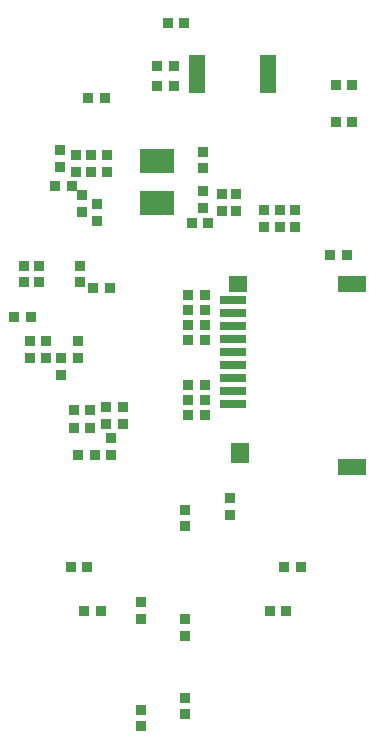
<source format=gbp>
G04*
G04 #@! TF.GenerationSoftware,Altium Limited,Altium Designer,21.3.2 (30)*
G04*
G04 Layer_Color=128*
%FSTAX24Y24*%
%MOIN*%
G70*
G04*
G04 #@! TF.SameCoordinates,17C352DC-52FB-4B9E-A555-A73132B06FB7*
G04*
G04*
G04 #@! TF.FilePolarity,Positive*
G04*
G01*
G75*
%ADD20R,0.0320X0.0380*%
%ADD24R,0.0380X0.0320*%
%ADD103R,0.0571X0.1260*%
%ADD104R,0.1181X0.0827*%
%ADD105R,0.0630X0.0708*%
%ADD106R,0.0945X0.0551*%
%ADD107R,0.0630X0.0551*%
%ADD108R,0.0866X0.0275*%
D20*
X04341Y03804D02*
D03*
X04397D02*
D03*
X04457Y03279D02*
D03*
X04513D02*
D03*
X04445Y028894D02*
D03*
X04501D02*
D03*
X04397Y03736D02*
D03*
X04341D02*
D03*
X04765Y02133D02*
D03*
X04821D02*
D03*
X04054D02*
D03*
X0411D02*
D03*
X04501Y027397D02*
D03*
X04445D02*
D03*
Y029392D02*
D03*
X04501D02*
D03*
X04445Y03039D02*
D03*
X04501D02*
D03*
X04445Y029891D02*
D03*
X04501D02*
D03*
X04064Y02656D02*
D03*
X0412D02*
D03*
X04064Y02595D02*
D03*
X0412D02*
D03*
X04228Y02611D02*
D03*
X04172D02*
D03*
X039202Y029655D02*
D03*
X038642D02*
D03*
X04128Y03063D02*
D03*
X04184D02*
D03*
X040583Y034027D02*
D03*
X040023D02*
D03*
X04377Y03945D02*
D03*
X04433D02*
D03*
X04976Y03174D02*
D03*
X0492D02*
D03*
X04445Y0264D02*
D03*
X04501D02*
D03*
X04445Y026899D02*
D03*
X04501D02*
D03*
X04079Y02508D02*
D03*
X04135D02*
D03*
X04172Y02667D02*
D03*
X04228D02*
D03*
X04773Y01985D02*
D03*
X04717D02*
D03*
X04155D02*
D03*
X04099D02*
D03*
X04993Y03615D02*
D03*
X04937D02*
D03*
X04993Y0374D02*
D03*
X04937D02*
D03*
X04167Y03696D02*
D03*
X04111D02*
D03*
D24*
X04494Y03518D02*
D03*
Y03462D02*
D03*
Y03331D02*
D03*
Y03387D02*
D03*
X04604Y03376D02*
D03*
Y0332D02*
D03*
X04557Y03376D02*
D03*
Y0332D02*
D03*
X04093Y03373D02*
D03*
Y03317D02*
D03*
X04142Y03343D02*
D03*
Y03287D02*
D03*
X041223Y034509D02*
D03*
Y035069D02*
D03*
X04289Y01602D02*
D03*
Y01658D02*
D03*
Y020154D02*
D03*
Y019594D02*
D03*
X04584Y02363D02*
D03*
Y02307D02*
D03*
X0419Y02506D02*
D03*
Y02562D02*
D03*
X03917Y028292D02*
D03*
Y028852D02*
D03*
X039704Y028292D02*
D03*
Y028852D02*
D03*
X04023Y02829D02*
D03*
Y02773D02*
D03*
X040772Y028292D02*
D03*
Y028852D02*
D03*
X03897Y03138D02*
D03*
Y03082D02*
D03*
X03947Y03138D02*
D03*
Y03082D02*
D03*
X04084Y03138D02*
D03*
Y03082D02*
D03*
X04018Y03468D02*
D03*
Y03524D02*
D03*
X04072Y035069D02*
D03*
Y034509D02*
D03*
X04174D02*
D03*
Y035069D02*
D03*
X04698Y03266D02*
D03*
Y03322D02*
D03*
X047505Y03266D02*
D03*
Y03322D02*
D03*
X04803Y03266D02*
D03*
Y03322D02*
D03*
X044365Y022688D02*
D03*
Y023248D02*
D03*
Y01959D02*
D03*
Y01903D02*
D03*
Y01642D02*
D03*
Y01698D02*
D03*
D103*
X044749Y03776D02*
D03*
X047111D02*
D03*
D104*
X04342Y033471D02*
D03*
Y034849D02*
D03*
D105*
X046172Y025122D02*
D03*
D106*
X049913Y02465D02*
D03*
Y030752D02*
D03*
D107*
X046133D02*
D03*
D108*
X045936Y03024D02*
D03*
Y029807D02*
D03*
Y029374D02*
D03*
Y028941D02*
D03*
Y028508D02*
D03*
Y028075D02*
D03*
Y027641D02*
D03*
Y027208D02*
D03*
Y026776D02*
D03*
M02*

</source>
